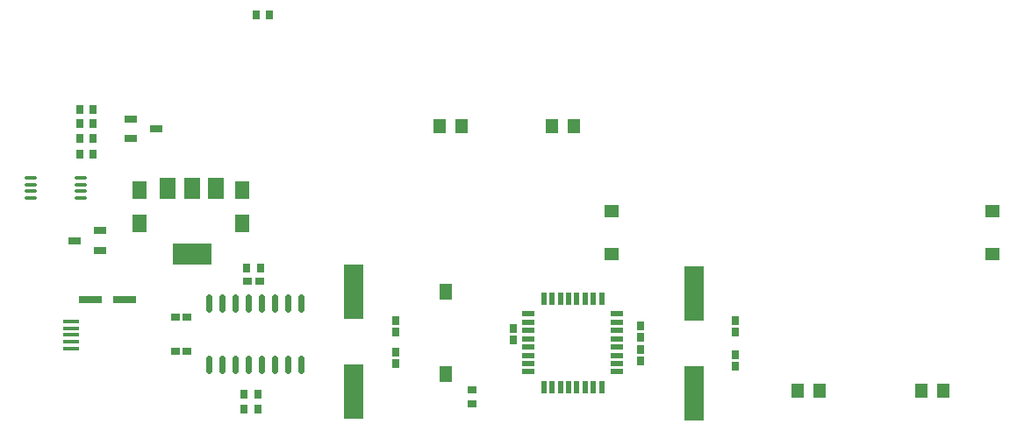
<source format=gtp>
G04 ---------------------------- Layer name :TOP PASTER LAYER*
G04 EasyEDA v5.8.22, Wed, 05 Dec 2018 03:51:52 GMT*
G04 5ecc0feef65b44bfa0a9ec5bdeff4b52*
G04 Gerber Generator version 0.2*
G04 Scale: 100 percent, Rotated: No, Reflected: No *
G04 Dimensions in millimeters *
G04 leading zeros omitted , absolute positions ,3 integer and 3 decimal *
%FSLAX33Y33*%
%MOMM*%
G90*
G71D02*

%ADD18C,0.340004*%
%ADD19C,0.599999*%
%ADD21R,1.199896X1.499997*%
%ADD22R,1.930400X5.334000*%
%ADD23R,1.599997X0.399999*%
%ADD24R,3.799992X1.999996*%
%ADD25R,1.499997X1.999996*%
%ADD26R,1.358900X1.816100*%
%ADD27R,1.250010X0.699999*%
%ADD28R,2.199996X0.799998*%
%ADD29R,1.300480X1.399540*%
%ADD30R,1.470660X1.270000*%
%ADD31R,1.270000X0.558800*%
%ADD32R,0.558800X1.270000*%
%ADD33R,0.708660X0.812800*%
%ADD34R,0.701040X0.899160*%
%ADD35R,0.899160X0.701040*%
%ADD36R,0.812800X0.708660*%

%LPD*%
G54D18*
G01X6274Y23905D02*
G01X7134Y23905D01*
G01X6274Y24555D02*
G01X7134Y24555D01*
G01X6274Y25205D02*
G01X7134Y25205D01*
G01X6274Y25856D02*
G01X7134Y25856D01*
G01X1422Y25861D02*
G01X2282Y25861D01*
G01X1422Y25211D02*
G01X2282Y25211D01*
G01X1422Y24560D02*
G01X2282Y24560D01*
G01X1422Y23910D02*
G01X2282Y23910D01*
G54D19*
G01X27916Y13127D02*
G01X27916Y14327D01*
G01X26646Y13127D02*
G01X26646Y14327D01*
G01X25376Y13127D02*
G01X25376Y14327D01*
G01X24106Y13127D02*
G01X24106Y14327D01*
G01X22836Y13127D02*
G01X22836Y14327D01*
G01X21566Y13127D02*
G01X21566Y14327D01*
G01X20296Y13127D02*
G01X20296Y14327D01*
G01X19026Y13127D02*
G01X19026Y14327D01*
G01X27916Y7183D02*
G01X27916Y8383D01*
G01X26646Y7183D02*
G01X26646Y8383D01*
G01X25376Y7183D02*
G01X25376Y8383D01*
G01X24106Y7183D02*
G01X24106Y8383D01*
G01X22836Y7183D02*
G01X22836Y8383D01*
G01X21566Y7183D02*
G01X21566Y8383D01*
G01X20296Y7183D02*
G01X20296Y8383D01*
G01X19026Y7183D02*
G01X19026Y8383D01*
G54D21*
G01X41912Y6880D03*
G01X41912Y14881D03*
G54D22*
G01X65912Y14693D03*
G01X65912Y5041D03*
G54D23*
G01X5715Y9359D03*
G01X5715Y10010D03*
G01X5715Y10660D03*
G01X5715Y11309D03*
G01X5715Y11959D03*
G54D24*
G01X17399Y18502D03*
G54D25*
G01X17400Y24803D03*
G01X15100Y24803D03*
G01X19700Y24803D03*
G54D26*
G01X12343Y21426D03*
G01X12343Y24702D03*
G01X22249Y21426D03*
G01X22249Y24702D03*
G54D27*
G01X6062Y19790D03*
G01X8562Y20740D03*
G01X8562Y18840D03*
G01X13972Y30601D03*
G01X11473Y29651D03*
G01X11473Y31551D03*
G54D22*
G01X33020Y14820D03*
G01X33020Y5168D03*
G54D28*
G01X7632Y14065D03*
G01X10934Y14065D03*
G54D29*
G01X89932Y5296D03*
G01X87831Y5296D03*
G01X77994Y5296D03*
G01X75894Y5296D03*
G01X43452Y30821D03*
G01X41352Y30821D03*
G01X54245Y30823D03*
G01X52145Y30823D03*
G54D30*
G01X94616Y18501D03*
G01X94616Y22616D03*
G01X57911Y18502D03*
G01X57911Y22617D03*
G54D31*
G01X58453Y7104D03*
G01X58453Y7891D03*
G01X58453Y8704D03*
G01X58453Y9491D03*
G01X58453Y10304D03*
G01X58453Y11092D03*
G01X58453Y11904D03*
G01X58453Y12692D03*
G54D32*
G01X56954Y14190D03*
G01X56167Y14190D03*
G01X55354Y14190D03*
G01X54566Y14190D03*
G01X53754Y14190D03*
G01X52966Y14190D03*
G01X52153Y14190D03*
G01X51366Y14190D03*
G54D31*
G01X49867Y12692D03*
G01X49867Y11904D03*
G01X49867Y11092D03*
G01X49867Y10304D03*
G01X49867Y9491D03*
G01X49867Y8704D03*
G01X49867Y7891D03*
G01X49867Y7104D03*
G54D32*
G01X51366Y5605D03*
G01X52153Y5605D03*
G01X52966Y5605D03*
G01X53754Y5605D03*
G01X54566Y5605D03*
G01X55354Y5605D03*
G01X56167Y5605D03*
G01X56954Y5605D03*
G54D33*
G01X60706Y11567D03*
G01X60706Y10454D03*
G01X60708Y9279D03*
G01X60708Y8167D03*
G01X48389Y11311D03*
G01X48389Y10199D03*
G54D34*
G01X24917Y41617D03*
G01X23596Y41617D03*
G54D35*
G01X44450Y4000D03*
G01X44450Y5321D03*
G54D34*
G01X24028Y17106D03*
G01X22707Y17106D03*
G54D33*
G01X69850Y12075D03*
G01X69850Y10962D03*
G01X69850Y7660D03*
G01X69850Y8773D03*
G54D34*
G01X7899Y29679D03*
G01X6578Y29679D03*
G01X7899Y28155D03*
G01X6578Y28155D03*
G01X6578Y31076D03*
G01X7899Y31076D03*
G01X7901Y32472D03*
G01X6580Y32472D03*
G54D36*
G01X16939Y9105D03*
G01X15826Y9105D03*
G54D34*
G01X23774Y4914D03*
G01X22453Y4914D03*
G01X23774Y3517D03*
G01X22453Y3517D03*
G54D33*
G01X37084Y12075D03*
G01X37084Y10962D03*
G01X37086Y7913D03*
G01X37086Y9025D03*
G54D36*
G01X16939Y12407D03*
G01X15826Y12407D03*
G01X22813Y15835D03*
G01X23926Y15835D03*
M00*
M02*

</source>
